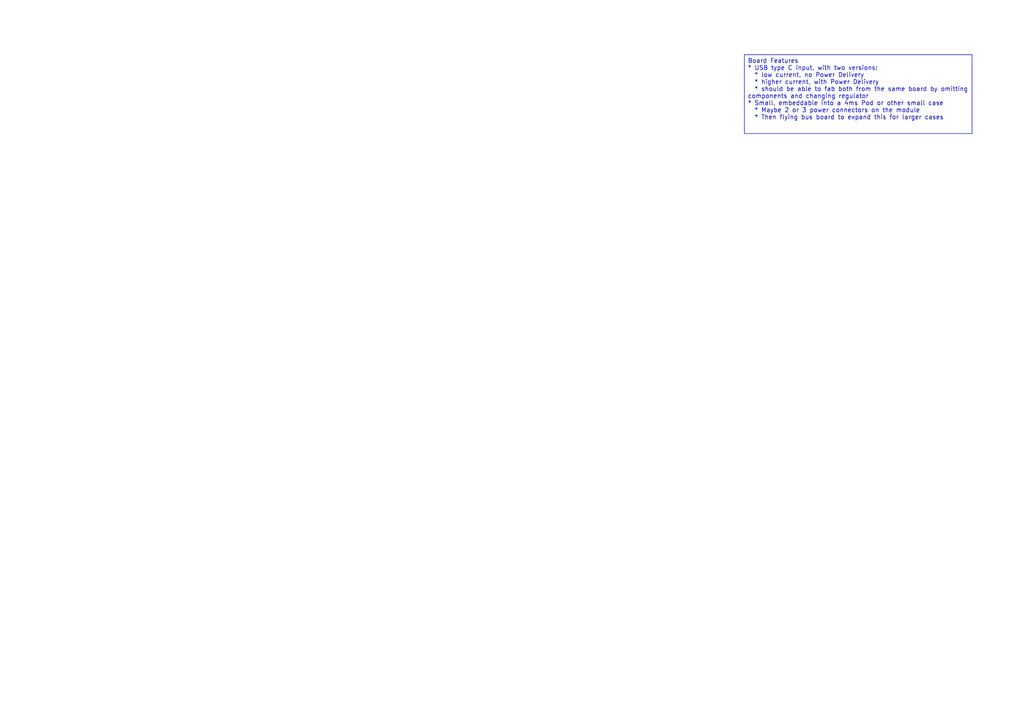
<source format=kicad_sch>
(kicad_sch
	(version 20231120)
	(generator "eeschema")
	(generator_version "8.0")
	(uuid "0d52f4a3-6d3c-467d-93a9-ef515dad6ce5")
	(paper "A4")
	(lib_symbols)
	(text_box "Board Features\n* USB type C input, with two versions:\n  * low current, no Power Delivery\n  * higher current, with Power Delivery\n  * should be able to fab both from the same board by omitting components and changing regulator\n* Small, embeddable into a 4ms Pod or other small case\n  * Maybe 2 or 3 power connectors on the module\n  * Then flying bus board to expand this for larger cases"
		(exclude_from_sim no)
		(at 215.9 15.875 0)
		(size 66.04 22.86)
		(stroke
			(width 0)
			(type default)
		)
		(fill
			(type none)
		)
		(effects
			(font
				(size 1.27 1.27)
			)
			(justify left top)
		)
		(uuid "f6015a4f-6365-4c73-bc91-744669c7c117")
	)
	(sheet_instances
		(path "/"
			(page "1")
		)
	)
)

</source>
